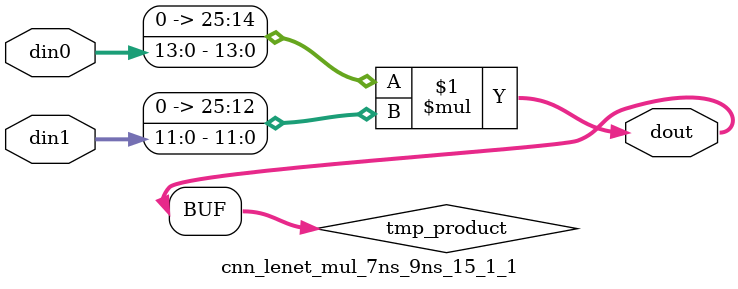
<source format=v>

`timescale 1 ns / 1 ps

  module cnn_lenet_mul_7ns_9ns_15_1_1(din0, din1, dout);
parameter ID = 1;
parameter NUM_STAGE = 0;
parameter din0_WIDTH = 14;
parameter din1_WIDTH = 12;
parameter dout_WIDTH = 26;

input [din0_WIDTH - 1 : 0] din0; 
input [din1_WIDTH - 1 : 0] din1; 
output [dout_WIDTH - 1 : 0] dout;

wire signed [dout_WIDTH - 1 : 0] tmp_product;










assign tmp_product = $signed({1'b0, din0}) * $signed({1'b0, din1});











assign dout = tmp_product;







endmodule

</source>
